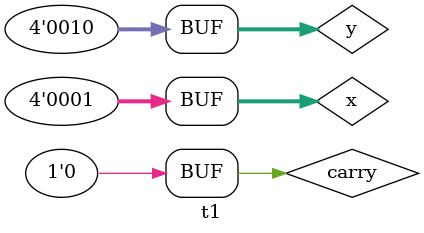
<source format=v>
`timescale 1ns / 1ps


module t1;

	// Inputs
	reg carry;
	reg [3:0] x;
	reg [3:0] y;

	// Outputs
	wire [7:0] out;

	// Instantiate the Unit Under Test (UUT)
	sum uut (
		.carry(carry), 
		.x(x), 
		.y(y), 
		.out(out)
	);

	initial begin
		// Initialize Inputs
		carry = 0;
		x = 0;
		y = 0;

		// Wait 100 ns for global reset to finish
		#100;
        
		// Add stimulus here
		x = 4'b0001;
		y = 4'b0010;
	end
      
endmodule


</source>
